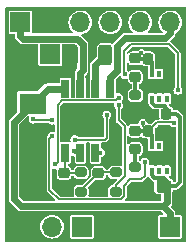
<source format=gbr>
%TF.GenerationSoftware,KiCad,Pcbnew,8.0.3*%
%TF.CreationDate,2024-11-10T00:39:18+08:00*%
%TF.ProjectId,NekoPurrTech_TiltingCtrl,4e656b6f-5075-4727-9254-6563685f5469,rev?*%
%TF.SameCoordinates,Original*%
%TF.FileFunction,Copper,L2,Bot*%
%TF.FilePolarity,Positive*%
%FSLAX46Y46*%
G04 Gerber Fmt 4.6, Leading zero omitted, Abs format (unit mm)*
G04 Created by KiCad (PCBNEW 8.0.3) date 2024-11-10 00:39:18*
%MOMM*%
%LPD*%
G01*
G04 APERTURE LIST*
G04 Aperture macros list*
%AMRoundRect*
0 Rectangle with rounded corners*
0 $1 Rounding radius*
0 $2 $3 $4 $5 $6 $7 $8 $9 X,Y pos of 4 corners*
0 Add a 4 corners polygon primitive as box body*
4,1,4,$2,$3,$4,$5,$6,$7,$8,$9,$2,$3,0*
0 Add four circle primitives for the rounded corners*
1,1,$1+$1,$2,$3*
1,1,$1+$1,$4,$5*
1,1,$1+$1,$6,$7*
1,1,$1+$1,$8,$9*
0 Add four rect primitives between the rounded corners*
20,1,$1+$1,$2,$3,$4,$5,0*
20,1,$1+$1,$4,$5,$6,$7,0*
20,1,$1+$1,$6,$7,$8,$9,0*
20,1,$1+$1,$8,$9,$2,$3,0*%
G04 Aperture macros list end*
%TA.AperFunction,SMDPad,CuDef*%
%ADD10R,0.350000X0.600000*%
%TD*%
%TA.AperFunction,SMDPad,CuDef*%
%ADD11R,1.700000X1.100000*%
%TD*%
%TA.AperFunction,SMDPad,CuDef*%
%ADD12R,0.650000X1.525000*%
%TD*%
%TA.AperFunction,SMDPad,CuDef*%
%ADD13R,2.390000X2.390000*%
%TD*%
%TA.AperFunction,ComponentPad*%
%ADD14R,1.700000X1.700000*%
%TD*%
%TA.AperFunction,ComponentPad*%
%ADD15O,1.700000X1.700000*%
%TD*%
%TA.AperFunction,SMDPad,CuDef*%
%ADD16R,2.300000X1.800000*%
%TD*%
%TA.AperFunction,SMDPad,CuDef*%
%ADD17RoundRect,0.225000X-0.225000X-0.250000X0.225000X-0.250000X0.225000X0.250000X-0.225000X0.250000X0*%
%TD*%
%TA.AperFunction,SMDPad,CuDef*%
%ADD18RoundRect,0.200000X0.275000X-0.200000X0.275000X0.200000X-0.275000X0.200000X-0.275000X-0.200000X0*%
%TD*%
%TA.AperFunction,SMDPad,CuDef*%
%ADD19RoundRect,0.225000X0.225000X0.250000X-0.225000X0.250000X-0.225000X-0.250000X0.225000X-0.250000X0*%
%TD*%
%TA.AperFunction,SMDPad,CuDef*%
%ADD20RoundRect,0.218750X0.256250X-0.218750X0.256250X0.218750X-0.256250X0.218750X-0.256250X-0.218750X0*%
%TD*%
%TA.AperFunction,SMDPad,CuDef*%
%ADD21RoundRect,0.225000X-0.250000X0.225000X-0.250000X-0.225000X0.250000X-0.225000X0.250000X0.225000X0*%
%TD*%
%TA.AperFunction,SMDPad,CuDef*%
%ADD22RoundRect,0.250000X0.312500X0.625000X-0.312500X0.625000X-0.312500X-0.625000X0.312500X-0.625000X0*%
%TD*%
%TA.AperFunction,ViaPad*%
%ADD23C,0.450000*%
%TD*%
%TA.AperFunction,Conductor*%
%ADD24C,0.300000*%
%TD*%
%TA.AperFunction,Conductor*%
%ADD25C,0.600000*%
%TD*%
%TA.AperFunction,Conductor*%
%ADD26C,0.400000*%
%TD*%
%TA.AperFunction,Conductor*%
%ADD27C,0.150000*%
%TD*%
%TA.AperFunction,Conductor*%
%ADD28C,0.200000*%
%TD*%
G04 APERTURE END LIST*
D10*
%TO.P,IC3,1,OUT*%
%TO.N,+3.3V_ENC*%
X97475000Y-60662500D03*
%TO.P,IC3,2,NC_1*%
%TO.N,unconnected-(IC3-NC_1-Pad2)*%
X98125000Y-60662500D03*
%TO.P,IC3,3,GND_1*%
%TO.N,GND*%
X98775000Y-60662500D03*
%TO.P,IC3,4,EN*%
%TO.N,unconnected-(IC3-EN-Pad4)*%
X98775000Y-62762500D03*
%TO.P,IC3,5,NC_2*%
%TO.N,unconnected-(IC3-NC_2-Pad5)*%
X98125000Y-62762500D03*
%TO.P,IC3,6,IN*%
%TO.N,VCC*%
X97475000Y-62762500D03*
D11*
%TO.P,IC3,7,GND_2*%
%TO.N,GND*%
X98125000Y-61712500D03*
%TD*%
D12*
%TO.P,IC2,1,GND*%
%TO.N,GND*%
X93980000Y-67337000D03*
%TO.P,IC2,2,IN2*%
%TO.N,/IN2*%
X92710000Y-67337000D03*
%TO.P,IC2,3,IN1*%
%TO.N,/IN1*%
X91440000Y-67337000D03*
%TO.P,IC2,4,VREF*%
%TO.N,/Motor_PWM_OUT*%
X90170000Y-67337000D03*
%TO.P,IC2,5,VM*%
%TO.N,VCC*%
X90170000Y-61913000D03*
%TO.P,IC2,6,OUT1*%
%TO.N,/Motor+*%
X91440000Y-61913000D03*
%TO.P,IC2,7,RS*%
%TO.N,Net-(IC2-RS)*%
X92710000Y-61913000D03*
%TO.P,IC2,8,OUT2*%
%TO.N,/Motor-*%
X93980000Y-61913000D03*
D13*
%TO.P,IC2,9,EP*%
%TO.N,GND*%
X92075000Y-64625000D03*
%TD*%
D10*
%TO.P,IC1,1,OUT*%
%TO.N,+3.3V_MCU*%
X97480000Y-66763000D03*
%TO.P,IC1,2,NC_1*%
%TO.N,unconnected-(IC1-NC_1-Pad2)*%
X98130000Y-66763000D03*
%TO.P,IC1,3,GND_1*%
%TO.N,GND*%
X98780000Y-66763000D03*
%TO.P,IC1,4,EN*%
%TO.N,unconnected-(IC1-EN-Pad4)*%
X98780000Y-68863000D03*
%TO.P,IC1,5,NC_2*%
%TO.N,unconnected-(IC1-NC_2-Pad5)*%
X98130000Y-68863000D03*
%TO.P,IC1,6,IN*%
%TO.N,VCC*%
X97480000Y-68863000D03*
D11*
%TO.P,IC1,7,GND_2*%
%TO.N,GND*%
X98130000Y-67813000D03*
%TD*%
D14*
%TO.P,J5,1,Pin_1*%
%TO.N,/Klicky*%
X88885000Y-59000000D03*
D15*
%TO.P,J5,2,Pin_2*%
%TO.N,GND*%
X86345000Y-59000000D03*
%TD*%
D14*
%TO.P,J3,1,Pin_1*%
%TO.N,/Motor+*%
X86350000Y-56300000D03*
D15*
%TO.P,J3,2,Pin_2*%
%TO.N,GND*%
X88890000Y-56300000D03*
%TO.P,J3,3,Pin_3*%
%TO.N,/ENC_A*%
X91430000Y-56300000D03*
%TO.P,J3,4,Pin_4*%
%TO.N,/ENC_B*%
X93970000Y-56300000D03*
%TO.P,J3,5,Pin_5*%
%TO.N,+3.3V_ENC*%
X96510000Y-56300000D03*
%TO.P,J3,6,Pin_6*%
%TO.N,/Motor-*%
X99050000Y-56300000D03*
%TD*%
D14*
%TO.P,J2,1,Pin_1*%
%TO.N,/FMU_PWM*%
X91580000Y-73600000D03*
D15*
%TO.P,J2,2,Pin_2*%
%TO.N,unconnected-(J2-Pin_2-Pad2)*%
X89040000Y-73600000D03*
%TO.P,J2,3,Pin_3*%
%TO.N,GND*%
X86500000Y-73600000D03*
%TD*%
D14*
%TO.P,J1,1,Pin_1*%
%TO.N,VCC*%
X99025000Y-73600000D03*
D15*
%TO.P,J1,2,Pin_2*%
%TO.N,GND*%
X96485000Y-73600000D03*
%TD*%
D16*
%TO.P,C12,1*%
%TO.N,VCC*%
X87400000Y-63175000D03*
%TO.P,C12,2*%
%TO.N,GND*%
X87400000Y-66075000D03*
%TD*%
D17*
%TO.P,C10,1*%
%TO.N,+3.3V_MCU*%
X97175000Y-65500000D03*
%TO.P,C10,2*%
%TO.N,GND*%
X98725000Y-65500000D03*
%TD*%
D18*
%TO.P,R4,1*%
%TO.N,Net-(C2-Pad1)*%
X91500000Y-70650000D03*
%TO.P,R4,2*%
%TO.N,/Motor_PWM_OUT*%
X91500000Y-69000000D03*
%TD*%
D19*
%TO.P,C9,1*%
%TO.N,VCC*%
X98725000Y-70150000D03*
%TO.P,C9,2*%
%TO.N,GND*%
X97175000Y-70150000D03*
%TD*%
D20*
%TO.P,D2,1,K*%
%TO.N,Net-(D2-K)*%
X96075000Y-60925000D03*
%TO.P,D2,2,A*%
%TO.N,+3.3V_ENC*%
X96075000Y-59350000D03*
%TD*%
D18*
%TO.P,R1,1*%
%TO.N,/Motor_PWM*%
X94425000Y-70650000D03*
%TO.P,R1,2*%
%TO.N,Net-(C2-Pad1)*%
X94425000Y-69000000D03*
%TD*%
D21*
%TO.P,C7,1*%
%TO.N,/Motor_PWM_OUT*%
X90050000Y-69050000D03*
%TO.P,C7,2*%
%TO.N,GND*%
X90050000Y-70600000D03*
%TD*%
D22*
%TO.P,R9,1*%
%TO.N,Net-(IC2-RS)*%
X93552500Y-59080000D03*
%TO.P,R9,2*%
%TO.N,GND*%
X90627500Y-59080000D03*
%TD*%
D17*
%TO.P,C13,1*%
%TO.N,+3.3V_ENC*%
X97175000Y-59387500D03*
%TO.P,C13,2*%
%TO.N,GND*%
X98725000Y-59387500D03*
%TD*%
D18*
%TO.P,R10,1*%
%TO.N,GND*%
X96100000Y-64112500D03*
%TO.P,R10,2*%
%TO.N,Net-(D2-K)*%
X96100000Y-62462500D03*
%TD*%
%TO.P,R8,1*%
%TO.N,GND*%
X96100000Y-70225000D03*
%TO.P,R8,2*%
%TO.N,Net-(D1-K)*%
X96100000Y-68575000D03*
%TD*%
D20*
%TO.P,D1,1,K*%
%TO.N,Net-(D1-K)*%
X96075000Y-67037500D03*
%TO.P,D1,2,A*%
%TO.N,+3.3V_MCU*%
X96075000Y-65462500D03*
%TD*%
D19*
%TO.P,C11,1*%
%TO.N,VCC*%
X98725000Y-64037500D03*
%TO.P,C11,2*%
%TO.N,GND*%
X97175000Y-64037500D03*
%TD*%
D21*
%TO.P,C2,1*%
%TO.N,Net-(C2-Pad1)*%
X92950000Y-69050000D03*
%TO.P,C2,2*%
%TO.N,GND*%
X92950000Y-70600000D03*
%TD*%
D23*
%TO.N,VCC*%
X98050000Y-70475000D03*
X98050000Y-70125000D03*
X98050000Y-69775000D03*
%TO.N,/IN1*%
X90870002Y-67225000D03*
%TO.N,GND*%
X96480000Y-70970000D03*
X92360000Y-70500000D03*
X89290000Y-69790000D03*
X90790000Y-69820000D03*
X94167562Y-63804687D03*
X92370000Y-64830000D03*
X96890000Y-70970000D03*
X93650000Y-69830000D03*
X99210000Y-66890000D03*
X92960000Y-69940000D03*
X96070000Y-70970000D03*
X86520000Y-65500000D03*
X99210000Y-66480000D03*
X87010000Y-65500000D03*
X94169232Y-64472822D03*
X92370000Y-64380000D03*
X95600000Y-60150000D03*
X92370000Y-63930000D03*
X95660000Y-70970000D03*
X97100000Y-64030000D03*
%TO.N,/IN2*%
X93123000Y-67337000D03*
%TO.N,+3.3V_MCU*%
X99325000Y-64780027D03*
X96723309Y-64847773D03*
%TO.N,+3.3V_ENC*%
X96600000Y-58920000D03*
%TO.N,/Dbg_RX*%
X99690000Y-62040000D03*
X90969070Y-66229057D03*
X93670000Y-64140000D03*
X95190000Y-60710000D03*
%TO.N,/Motor_PWM*%
X94680000Y-63325000D03*
%TO.N,/Dbg_TX*%
X89025000Y-65940000D03*
X96889820Y-68106932D03*
%TO.N,/FMU_PWM_OUT*%
X94680002Y-62675000D03*
X89262746Y-68332107D03*
%TO.N,/Klicky*%
X89050000Y-64580000D03*
X87460000Y-64494998D03*
%TD*%
D24*
%TO.N,VCC*%
X98050000Y-69775000D02*
X98241000Y-69775000D01*
X98241000Y-69775000D02*
X98553000Y-69463000D01*
X98725000Y-69635000D02*
X98725000Y-70150000D01*
X98160000Y-69463000D02*
X98553000Y-69463000D01*
X98553000Y-69463000D02*
X98725000Y-69635000D01*
X97475000Y-63113804D02*
X97475000Y-62762500D01*
X98562500Y-63362500D02*
X97723696Y-63362500D01*
X97723696Y-63362500D02*
X97475000Y-63113804D01*
X98725000Y-64037500D02*
X98725000Y-63525000D01*
X98725000Y-63525000D02*
X98562500Y-63362500D01*
X99510000Y-70150000D02*
X98725000Y-70150000D01*
X99850000Y-69810000D02*
X99510000Y-70150000D01*
X99850000Y-64325000D02*
X99850000Y-69810000D01*
X99562500Y-64037500D02*
X99850000Y-64325000D01*
X98725000Y-64037500D02*
X99562500Y-64037500D01*
X98775000Y-63987500D02*
X98725000Y-64037500D01*
D25*
X99025000Y-72425000D02*
X98450000Y-71850000D01*
D24*
X98075000Y-70150000D02*
X98050000Y-70125000D01*
X98725000Y-70150000D02*
X98075000Y-70150000D01*
X97480000Y-68863000D02*
X97480000Y-69240000D01*
D25*
X99025000Y-73600000D02*
X99025000Y-72425000D01*
D24*
X98160000Y-69463000D02*
X98160000Y-69665000D01*
X98780000Y-70095000D02*
X98725000Y-70150000D01*
D25*
X87400000Y-63175000D02*
X88662000Y-61913000D01*
D24*
X98160000Y-69665000D02*
X98050000Y-69775000D01*
D25*
X86430000Y-71850000D02*
X85800000Y-71220000D01*
X85800000Y-64775000D02*
X87400000Y-63175000D01*
D24*
X98050000Y-69775000D02*
X98050000Y-70125000D01*
D26*
X98050000Y-69775000D02*
X98050000Y-69975000D01*
D24*
X97480000Y-69240000D02*
X97703000Y-69463000D01*
D25*
X85800000Y-71220000D02*
X85800000Y-64775000D01*
D24*
X98050000Y-69775000D02*
X98175000Y-69650000D01*
D26*
X98050000Y-70475000D02*
X98400000Y-70475000D01*
D24*
X97703000Y-69463000D02*
X98160000Y-69463000D01*
D25*
X98750000Y-70175000D02*
X98725000Y-70150000D01*
X88662000Y-61913000D02*
X90170000Y-61913000D01*
D24*
X98065000Y-69960000D02*
X98050000Y-69975000D01*
X98535000Y-69960000D02*
X98065000Y-69960000D01*
X98050000Y-69775000D02*
X98350000Y-69775000D01*
D26*
X98400000Y-70475000D02*
X98725000Y-70150000D01*
D25*
X98450000Y-71850000D02*
X86430000Y-71850000D01*
D24*
X98350000Y-69775000D02*
X98725000Y-70150000D01*
D25*
X98750000Y-71550000D02*
X98750000Y-70175000D01*
D24*
X98725000Y-70150000D02*
X98535000Y-69960000D01*
D26*
X98050000Y-69975000D02*
X98050000Y-70475000D01*
D25*
X98450000Y-71850000D02*
X98750000Y-71550000D01*
D27*
%TO.N,/IN1*%
X90870002Y-67225000D02*
X90982002Y-67337000D01*
X90982002Y-67337000D02*
X91440000Y-67337000D01*
D25*
%TO.N,/Motor-*%
X95250000Y-57630000D02*
X98590000Y-57630000D01*
X95250000Y-57630000D02*
X94565000Y-58315000D01*
X99050000Y-57170000D02*
X99050000Y-56300000D01*
X93980000Y-60965405D02*
X93980000Y-61913000D01*
X94565000Y-58315000D02*
X94565000Y-60380405D01*
X94565000Y-60380405D02*
X93980000Y-60965405D01*
X98590000Y-57630000D02*
X99050000Y-57170000D01*
D26*
%TO.N,GND*%
X87420000Y-66410000D02*
X87400000Y-66075000D01*
X87600000Y-66075000D02*
X87420000Y-66410000D01*
D27*
%TO.N,/IN2*%
X93123000Y-67337000D02*
X92710000Y-67337000D01*
%TO.N,/Motor_PWM_OUT*%
X90050000Y-68925000D02*
X90170000Y-68805000D01*
X91450000Y-69050000D02*
X91500000Y-69000000D01*
X90050000Y-69050000D02*
X90050000Y-68925000D01*
X90170000Y-68805000D02*
X90170000Y-67337000D01*
X90050000Y-69050000D02*
X91450000Y-69050000D01*
D25*
%TO.N,/Motor+*%
X91151878Y-57670000D02*
X91640000Y-58158122D01*
X91640000Y-58158122D02*
X91640000Y-60360000D01*
X91400000Y-61873000D02*
X91440000Y-61913000D01*
X86350000Y-57440000D02*
X86580000Y-57670000D01*
X86350000Y-56300000D02*
X86350000Y-57440000D01*
X91400000Y-60600000D02*
X91400000Y-61873000D01*
X86580000Y-57670000D02*
X91151878Y-57670000D01*
X91640000Y-60360000D02*
X91400000Y-60600000D01*
D28*
%TO.N,+3.3V_MCU*%
X96723309Y-65048309D02*
X97175000Y-65500000D01*
D24*
X97137500Y-65462500D02*
X97175000Y-65500000D01*
D28*
X99319973Y-64775000D02*
X99325000Y-64780027D01*
D24*
X96075000Y-65462500D02*
X97137500Y-65462500D01*
D28*
X97900000Y-64775000D02*
X99319973Y-64775000D01*
D24*
X97480000Y-65805000D02*
X97175000Y-65500000D01*
D28*
X96723309Y-64847773D02*
X96723309Y-65048309D01*
X97175000Y-65500000D02*
X97900000Y-64775000D01*
D24*
X97480000Y-66763000D02*
X97480000Y-65805000D01*
%TO.N,+3.3V_ENC*%
X96170000Y-59350000D02*
X96075000Y-59350000D01*
X96112500Y-59387500D02*
X96075000Y-59350000D01*
X97475000Y-59687500D02*
X97175000Y-59387500D01*
X97175000Y-59387500D02*
X96112500Y-59387500D01*
X97475000Y-60662500D02*
X97475000Y-59687500D01*
X96600000Y-58920000D02*
X96170000Y-59350000D01*
D27*
%TO.N,/Dbg_RX*%
X95150000Y-60670000D02*
X95150000Y-58730000D01*
X95190000Y-60710000D02*
X95150000Y-60670000D01*
X90969070Y-66229057D02*
X93500943Y-66229057D01*
X93500943Y-66229057D02*
X93670000Y-66060000D01*
X95720000Y-58160000D02*
X98950000Y-58160000D01*
X99690000Y-58900000D02*
X99690000Y-62040000D01*
X93670000Y-66060000D02*
X93670000Y-64140000D01*
X95150000Y-58730000D02*
X95720000Y-58160000D01*
X98950000Y-58160000D02*
X99690000Y-58900000D01*
%TO.N,/Motor_PWM*%
X95175000Y-65075000D02*
X95175000Y-69335000D01*
X95175000Y-69335000D02*
X94420000Y-70090000D01*
X94680000Y-63325000D02*
X94680000Y-64580000D01*
X94680000Y-64580000D02*
X95175000Y-65075000D01*
X94420000Y-70645000D02*
X94425000Y-70650000D01*
X94420000Y-70090000D02*
X94420000Y-70645000D01*
%TO.N,/Dbg_TX*%
X94876582Y-71280000D02*
X95125000Y-71031582D01*
X88812746Y-70480376D02*
X89612370Y-71280000D01*
X95643418Y-69600000D02*
X96556582Y-69600000D01*
X96556582Y-69600000D02*
X96889820Y-69266762D01*
X89025000Y-65940000D02*
X88812746Y-66152254D01*
X89612370Y-71280000D02*
X94876582Y-71280000D01*
X95125000Y-70118418D02*
X95643418Y-69600000D01*
X95125000Y-71031582D02*
X95125000Y-70118418D01*
X96889820Y-69266762D02*
X96889820Y-68106932D01*
X88812746Y-66152254D02*
X88812746Y-70480376D01*
%TO.N,/FMU_PWM_OUT*%
X94454502Y-62900500D02*
X89874500Y-62900500D01*
X89500000Y-68094853D02*
X89262746Y-68332107D01*
X94680002Y-62675000D02*
X94454502Y-62900500D01*
X89500000Y-63275000D02*
X89500000Y-68094853D01*
X89874500Y-62900500D02*
X89500000Y-63275000D01*
%TO.N,Net-(C2-Pad1)*%
X92950000Y-69050000D02*
X91500000Y-70500000D01*
X91500000Y-70500000D02*
X91500000Y-70650000D01*
X93000000Y-69000000D02*
X92950000Y-69050000D01*
X94425000Y-69000000D02*
X93000000Y-69000000D01*
D24*
%TO.N,Net-(D1-K)*%
X96100000Y-68575000D02*
X96100000Y-67062500D01*
X96100000Y-67062500D02*
X96075000Y-67037500D01*
%TO.N,Net-(D2-K)*%
X96100000Y-62462500D02*
X96100000Y-60950000D01*
X96100000Y-60950000D02*
X96075000Y-60925000D01*
D25*
%TO.N,Net-(IC2-RS)*%
X92710000Y-59922500D02*
X92710000Y-61913000D01*
X93552500Y-59080000D02*
X92710000Y-59922500D01*
D27*
%TO.N,/Klicky*%
X87545002Y-64580000D02*
X89050000Y-64580000D01*
X87460000Y-64494998D02*
X87545002Y-64580000D01*
%TD*%
%TA.AperFunction,Conductor*%
%TO.N,GND*%
G36*
X87107451Y-64247174D02*
G01*
X87129125Y-64299500D01*
X87121059Y-64333096D01*
X87098426Y-64377514D01*
X87098426Y-64377515D01*
X87079819Y-64494998D01*
X87098426Y-64612480D01*
X87098426Y-64612481D01*
X87104731Y-64624855D01*
X87152427Y-64718463D01*
X87236535Y-64802571D01*
X87342518Y-64856572D01*
X87460000Y-64875179D01*
X87577482Y-64856572D01*
X87594751Y-64847773D01*
X87661888Y-64813566D01*
X87695483Y-64805500D01*
X88713810Y-64805500D01*
X88766136Y-64827174D01*
X88826535Y-64887573D01*
X88932518Y-64941574D01*
X89050000Y-64960181D01*
X89167482Y-64941574D01*
X89167487Y-64941571D01*
X89173023Y-64939774D01*
X89173534Y-64941347D01*
X89223366Y-64937425D01*
X89266434Y-64974207D01*
X89274500Y-65007803D01*
X89274500Y-65524935D01*
X89252826Y-65577261D01*
X89200500Y-65598935D01*
X89166905Y-65590870D01*
X89142482Y-65578426D01*
X89025000Y-65559819D01*
X88907517Y-65578426D01*
X88907516Y-65578426D01*
X88801533Y-65632428D01*
X88717428Y-65716533D01*
X88663426Y-65822516D01*
X88663426Y-65822517D01*
X88644819Y-65940000D01*
X88644819Y-65940003D01*
X88647298Y-65955659D01*
X88634075Y-66010730D01*
X88626540Y-66019553D01*
X88621576Y-66024517D01*
X88621575Y-66024519D01*
X88612903Y-66045457D01*
X88612902Y-66045459D01*
X88587245Y-66107398D01*
X88587245Y-66205720D01*
X88587246Y-66205729D01*
X88587246Y-70429549D01*
X88587245Y-70429563D01*
X88587245Y-70525231D01*
X88595374Y-70544856D01*
X88621575Y-70608110D01*
X88621577Y-70608113D01*
X88695417Y-70681953D01*
X88695419Y-70681954D01*
X89286639Y-71273174D01*
X89308313Y-71325500D01*
X89286639Y-71377826D01*
X89234313Y-71399500D01*
X86647255Y-71399500D01*
X86594929Y-71377826D01*
X86272174Y-71055071D01*
X86250500Y-71002745D01*
X86250500Y-64992255D01*
X86272174Y-64939929D01*
X86964930Y-64247174D01*
X87017256Y-64225500D01*
X87055125Y-64225500D01*
X87107451Y-64247174D01*
G37*
%TD.AperFunction*%
%TA.AperFunction,Conductor*%
G36*
X97215011Y-69382026D02*
G01*
X97229130Y-69406480D01*
X97229131Y-69406482D01*
X97231342Y-69410311D01*
X97239540Y-69424511D01*
X97518489Y-69703460D01*
X97587012Y-69743022D01*
X97621781Y-69752338D01*
X97666714Y-69786815D01*
X97675717Y-69812240D01*
X97688425Y-69892479D01*
X97688425Y-69892480D01*
X97688426Y-69892482D01*
X97691434Y-69898386D01*
X97699500Y-69931981D01*
X97699500Y-69968017D01*
X97691435Y-70001611D01*
X97688426Y-70007515D01*
X97688426Y-70007517D01*
X97669819Y-70125000D01*
X97688425Y-70242479D01*
X97688425Y-70242480D01*
X97688426Y-70242482D01*
X97691434Y-70248386D01*
X97699500Y-70281981D01*
X97699500Y-70318017D01*
X97691435Y-70351611D01*
X97688426Y-70357515D01*
X97688426Y-70357517D01*
X97669819Y-70475000D01*
X97688426Y-70592482D01*
X97688426Y-70592483D01*
X97703064Y-70621211D01*
X97742427Y-70698465D01*
X97826535Y-70782573D01*
X97932518Y-70836574D01*
X98050000Y-70855181D01*
X98167482Y-70836574D01*
X98167484Y-70836573D01*
X98173389Y-70833565D01*
X98206983Y-70825500D01*
X98225500Y-70825500D01*
X98277826Y-70847174D01*
X98299500Y-70899500D01*
X98299500Y-71325500D01*
X98277826Y-71377826D01*
X98225500Y-71399500D01*
X95254638Y-71399500D01*
X95202312Y-71377826D01*
X95180638Y-71325500D01*
X95202311Y-71273175D01*
X95202312Y-71273174D01*
X95242326Y-71233159D01*
X95242329Y-71233158D01*
X95252735Y-71222752D01*
X95252736Y-71222752D01*
X95316170Y-71159318D01*
X95340947Y-71099501D01*
X95350501Y-71076437D01*
X95350501Y-70986727D01*
X95350501Y-70980769D01*
X95350500Y-70980755D01*
X95350500Y-70242475D01*
X95372174Y-70190149D01*
X95715149Y-69847174D01*
X95767475Y-69825500D01*
X96503107Y-69825500D01*
X96503115Y-69825501D01*
X96511727Y-69825501D01*
X96601436Y-69825501D01*
X96601437Y-69825501D01*
X96664205Y-69799501D01*
X96684318Y-69791170D01*
X96747752Y-69727736D01*
X96747752Y-69727735D01*
X96758157Y-69717330D01*
X96758159Y-69717327D01*
X97007147Y-69468339D01*
X97007150Y-69468337D01*
X97017555Y-69457932D01*
X97017556Y-69457932D01*
X97080990Y-69394498D01*
X97082558Y-69390711D01*
X97122603Y-69350662D01*
X97179240Y-69350658D01*
X97215011Y-69382026D01*
G37*
%TD.AperFunction*%
%TA.AperFunction,Conductor*%
G36*
X94297020Y-63147674D02*
G01*
X94318694Y-63200000D01*
X94317783Y-63211576D01*
X94299819Y-63324999D01*
X94299819Y-63325000D01*
X94300918Y-63331940D01*
X94318426Y-63442482D01*
X94318426Y-63442483D01*
X94336357Y-63477674D01*
X94371686Y-63547011D01*
X94372428Y-63548466D01*
X94432826Y-63608864D01*
X94454500Y-63661190D01*
X94454500Y-64529173D01*
X94454499Y-64529187D01*
X94454499Y-64624855D01*
X94470300Y-64663001D01*
X94488828Y-64707733D01*
X94488831Y-64707737D01*
X94562671Y-64781577D01*
X94562673Y-64781578D01*
X94927826Y-65146731D01*
X94949500Y-65199057D01*
X94949500Y-68413286D01*
X94927826Y-68465612D01*
X94875500Y-68487286D01*
X94843000Y-68479767D01*
X94801394Y-68459427D01*
X94733264Y-68449500D01*
X94733260Y-68449500D01*
X94116740Y-68449500D01*
X94116735Y-68449500D01*
X94048606Y-68459427D01*
X94048605Y-68459427D01*
X93943517Y-68510801D01*
X93860801Y-68593517D01*
X93809427Y-68698605D01*
X93807597Y-68711170D01*
X93778605Y-68759824D01*
X93734370Y-68774500D01*
X93637334Y-68774500D01*
X93585008Y-68752826D01*
X93569080Y-68721085D01*
X93566562Y-68721864D01*
X93564866Y-68716375D01*
X93509826Y-68603789D01*
X93421210Y-68515173D01*
X93308626Y-68460134D01*
X93235640Y-68449500D01*
X93235636Y-68449500D01*
X92664364Y-68449500D01*
X92664359Y-68449500D01*
X92591374Y-68460134D01*
X92591373Y-68460134D01*
X92478789Y-68515173D01*
X92390173Y-68603789D01*
X92335134Y-68716373D01*
X92335134Y-68716374D01*
X92324500Y-68789359D01*
X92324500Y-69310639D01*
X92324992Y-69314013D01*
X92311085Y-69368916D01*
X92304090Y-69377003D01*
X91603269Y-70077826D01*
X91550943Y-70099500D01*
X91191735Y-70099500D01*
X91123606Y-70109427D01*
X91123605Y-70109427D01*
X91018517Y-70160801D01*
X90935801Y-70243517D01*
X90884427Y-70348605D01*
X90884427Y-70348606D01*
X90874500Y-70416735D01*
X90874500Y-70883264D01*
X90884428Y-70951397D01*
X90886124Y-70956887D01*
X90883370Y-70957737D01*
X90886280Y-71004522D01*
X90848793Y-71046978D01*
X90816287Y-71054500D01*
X89736427Y-71054500D01*
X89684101Y-71032826D01*
X89059920Y-70408645D01*
X89038246Y-70356319D01*
X89038246Y-68759910D01*
X89059920Y-68707584D01*
X89112246Y-68685910D01*
X89139534Y-68692461D01*
X89139723Y-68691881D01*
X89145260Y-68693679D01*
X89145264Y-68693681D01*
X89262746Y-68712288D01*
X89340518Y-68699970D01*
X89395590Y-68713192D01*
X89425183Y-68761483D01*
X89425321Y-68783726D01*
X89424501Y-68789353D01*
X89424500Y-68789370D01*
X89424500Y-69310640D01*
X89435134Y-69383625D01*
X89435134Y-69383626D01*
X89490173Y-69496210D01*
X89490174Y-69496211D01*
X89578789Y-69584826D01*
X89691375Y-69639866D01*
X89764364Y-69650500D01*
X89764370Y-69650500D01*
X90335630Y-69650500D01*
X90335636Y-69650500D01*
X90408625Y-69639866D01*
X90521211Y-69584826D01*
X90609826Y-69496211D01*
X90664866Y-69383625D01*
X90671392Y-69338830D01*
X90700384Y-69290177D01*
X90744619Y-69275500D01*
X90825575Y-69275500D01*
X90877901Y-69297174D01*
X90892056Y-69316999D01*
X90921390Y-69377003D01*
X90935802Y-69406483D01*
X91018517Y-69489198D01*
X91123607Y-69540573D01*
X91191740Y-69550500D01*
X91191746Y-69550500D01*
X91808254Y-69550500D01*
X91808260Y-69550500D01*
X91876393Y-69540573D01*
X91981483Y-69489198D01*
X92064198Y-69406483D01*
X92064198Y-69406481D01*
X92064200Y-69406480D01*
X92101493Y-69330194D01*
X92115573Y-69301393D01*
X92125500Y-69233260D01*
X92125500Y-68766740D01*
X92115573Y-68698607D01*
X92064198Y-68593517D01*
X91981483Y-68510802D01*
X91981482Y-68510801D01*
X91876394Y-68459427D01*
X91808264Y-68449500D01*
X91808260Y-68449500D01*
X91191740Y-68449500D01*
X91191735Y-68449500D01*
X91123606Y-68459427D01*
X91123605Y-68459427D01*
X91018517Y-68510801D01*
X90935801Y-68593517D01*
X90884427Y-68698605D01*
X90884427Y-68698606D01*
X90884427Y-68698607D01*
X90876528Y-68752826D01*
X90875312Y-68761169D01*
X90846320Y-68809823D01*
X90802085Y-68824500D01*
X90744619Y-68824500D01*
X90692293Y-68802826D01*
X90671392Y-68761169D01*
X90671196Y-68759824D01*
X90664866Y-68716375D01*
X90609826Y-68603789D01*
X90521211Y-68515174D01*
X90498921Y-68504277D01*
X90436999Y-68474005D01*
X90399509Y-68431551D01*
X90395500Y-68407524D01*
X90395500Y-68324000D01*
X90417174Y-68271674D01*
X90469500Y-68250000D01*
X90509819Y-68250000D01*
X90509820Y-68250000D01*
X90553722Y-68241267D01*
X90603504Y-68208004D01*
X90636767Y-68158222D01*
X90645500Y-68114320D01*
X90645500Y-67652802D01*
X90667174Y-67600476D01*
X90719500Y-67578802D01*
X90746790Y-67585354D01*
X90746979Y-67584774D01*
X90752516Y-67586572D01*
X90752520Y-67586574D01*
X90870002Y-67605181D01*
X90878921Y-67603768D01*
X90933993Y-67616986D01*
X90963588Y-67665276D01*
X90964500Y-67676856D01*
X90964500Y-68114319D01*
X90973233Y-68158222D01*
X91001158Y-68200016D01*
X91006496Y-68208004D01*
X91056278Y-68241267D01*
X91100180Y-68250000D01*
X91100181Y-68250000D01*
X91779819Y-68250000D01*
X91779820Y-68250000D01*
X91823722Y-68241267D01*
X91873504Y-68208004D01*
X91906767Y-68158222D01*
X91915500Y-68114320D01*
X91915500Y-66559680D01*
X91912181Y-66542993D01*
X91923231Y-66487444D01*
X91970323Y-66455979D01*
X91984759Y-66454557D01*
X92165241Y-66454557D01*
X92217567Y-66476231D01*
X92239241Y-66528557D01*
X92237819Y-66542993D01*
X92234500Y-66559679D01*
X92234500Y-68114319D01*
X92243233Y-68158222D01*
X92271158Y-68200016D01*
X92276496Y-68208004D01*
X92326278Y-68241267D01*
X92370180Y-68250000D01*
X92370181Y-68250000D01*
X93049819Y-68250000D01*
X93049820Y-68250000D01*
X93093722Y-68241267D01*
X93143504Y-68208004D01*
X93176767Y-68158222D01*
X93185500Y-68114320D01*
X93185500Y-67770202D01*
X93207174Y-67717876D01*
X93236642Y-67699821D01*
X93240475Y-67698574D01*
X93240482Y-67698574D01*
X93346465Y-67644573D01*
X93430573Y-67560465D01*
X93484574Y-67454482D01*
X93503181Y-67337000D01*
X93484574Y-67219518D01*
X93430573Y-67113535D01*
X93346465Y-67029427D01*
X93240481Y-66975425D01*
X93236622Y-66974171D01*
X93193560Y-66937381D01*
X93185500Y-66903796D01*
X93185500Y-66559679D01*
X93182181Y-66542993D01*
X93193231Y-66487444D01*
X93240323Y-66455979D01*
X93254759Y-66454557D01*
X93447468Y-66454557D01*
X93447476Y-66454558D01*
X93456088Y-66454558D01*
X93545797Y-66454558D01*
X93545798Y-66454558D01*
X93610683Y-66427681D01*
X93628679Y-66420227D01*
X93692113Y-66356793D01*
X93692113Y-66356792D01*
X93702518Y-66346387D01*
X93702520Y-66346384D01*
X93787327Y-66261577D01*
X93787330Y-66261575D01*
X93797735Y-66251170D01*
X93797736Y-66251170D01*
X93861170Y-66187736D01*
X93888580Y-66121562D01*
X93895501Y-66104854D01*
X93895501Y-66015145D01*
X93895501Y-66009187D01*
X93895500Y-66009173D01*
X93895500Y-64476190D01*
X93917174Y-64423864D01*
X93944913Y-64396125D01*
X93977573Y-64363465D01*
X94031574Y-64257482D01*
X94050181Y-64140000D01*
X94031574Y-64022518D01*
X93977573Y-63916535D01*
X93893465Y-63832427D01*
X93824012Y-63797039D01*
X93787483Y-63778426D01*
X93787482Y-63778426D01*
X93670000Y-63759819D01*
X93552517Y-63778426D01*
X93552516Y-63778426D01*
X93446533Y-63832428D01*
X93362428Y-63916533D01*
X93308426Y-64022516D01*
X93308426Y-64022517D01*
X93289819Y-64140000D01*
X93308426Y-64257482D01*
X93308426Y-64257483D01*
X93316041Y-64272428D01*
X93357859Y-64354500D01*
X93362428Y-64363466D01*
X93422826Y-64423864D01*
X93444500Y-64476190D01*
X93444500Y-65929557D01*
X93422826Y-65981883D01*
X93370500Y-66003557D01*
X91305260Y-66003557D01*
X91252934Y-65981883D01*
X91192536Y-65921485D01*
X91192535Y-65921484D01*
X91130452Y-65889851D01*
X91086553Y-65867483D01*
X90969070Y-65848876D01*
X90851587Y-65867483D01*
X90851586Y-65867483D01*
X90745603Y-65921485D01*
X90661498Y-66005590D01*
X90607496Y-66111573D01*
X90607496Y-66111574D01*
X90588889Y-66229057D01*
X90606731Y-66341713D01*
X90593509Y-66396786D01*
X90545218Y-66426378D01*
X90519205Y-66425867D01*
X90509820Y-66424000D01*
X89830180Y-66424000D01*
X89813936Y-66427231D01*
X89758388Y-66416182D01*
X89726922Y-66369089D01*
X89725500Y-66354653D01*
X89725500Y-63399057D01*
X89747174Y-63346731D01*
X89946231Y-63147674D01*
X89998557Y-63126000D01*
X94244694Y-63126000D01*
X94297020Y-63147674D01*
G37*
%TD.AperFunction*%
%TA.AperFunction,Conductor*%
G36*
X93786696Y-69247174D02*
G01*
X93807597Y-69288830D01*
X93809427Y-69301394D01*
X93860800Y-69406480D01*
X93860801Y-69406482D01*
X93860802Y-69406483D01*
X93943517Y-69489198D01*
X94048607Y-69540573D01*
X94116740Y-69550500D01*
X94461943Y-69550500D01*
X94514269Y-69572174D01*
X94535943Y-69624500D01*
X94514269Y-69676825D01*
X94399925Y-69791169D01*
X94292265Y-69898829D01*
X94228829Y-69962265D01*
X94227493Y-69965492D01*
X94227490Y-69965500D01*
X94191710Y-70051878D01*
X94188455Y-70050530D01*
X94164072Y-70087027D01*
X94122957Y-70099500D01*
X94116735Y-70099500D01*
X94048606Y-70109427D01*
X94048605Y-70109427D01*
X93943517Y-70160801D01*
X93860801Y-70243517D01*
X93809427Y-70348605D01*
X93809427Y-70348606D01*
X93799500Y-70416735D01*
X93799500Y-70883264D01*
X93809428Y-70951397D01*
X93811124Y-70956887D01*
X93808370Y-70957737D01*
X93811280Y-71004522D01*
X93773793Y-71046978D01*
X93741287Y-71054500D01*
X92183713Y-71054500D01*
X92131387Y-71032826D01*
X92109713Y-70980500D01*
X92115090Y-70957262D01*
X92113876Y-70956887D01*
X92115571Y-70951397D01*
X92115570Y-70951397D01*
X92115573Y-70951393D01*
X92125500Y-70883260D01*
X92125500Y-70416740D01*
X92115573Y-70348607D01*
X92091075Y-70298496D01*
X92087566Y-70241970D01*
X92105229Y-70213674D01*
X92646731Y-69672174D01*
X92699057Y-69650500D01*
X93235630Y-69650500D01*
X93235636Y-69650500D01*
X93308625Y-69639866D01*
X93421211Y-69584826D01*
X93509826Y-69496211D01*
X93564866Y-69383625D01*
X93575500Y-69310636D01*
X93575500Y-69299500D01*
X93597174Y-69247174D01*
X93649500Y-69225500D01*
X93734370Y-69225500D01*
X93786696Y-69247174D01*
G37*
%TD.AperFunction*%
%TA.AperFunction,Conductor*%
G36*
X99061109Y-65047174D02*
G01*
X99101535Y-65087600D01*
X99207518Y-65141601D01*
X99325000Y-65160208D01*
X99442482Y-65141601D01*
X99442487Y-65141598D01*
X99448023Y-65139801D01*
X99448534Y-65141374D01*
X99498366Y-65137452D01*
X99541434Y-65174234D01*
X99549500Y-65207830D01*
X99549500Y-69654877D01*
X99527826Y-69707203D01*
X99430440Y-69804588D01*
X99378114Y-69826262D01*
X99325788Y-69804588D01*
X99311633Y-69784762D01*
X99304630Y-69770438D01*
X99259826Y-69678789D01*
X99171211Y-69590174D01*
X99171210Y-69590173D01*
X99058626Y-69535134D01*
X99053653Y-69534409D01*
X99045746Y-69533257D01*
X98997093Y-69504265D01*
X98992331Y-69497031D01*
X98965462Y-69450492D01*
X98965461Y-69450491D01*
X98965460Y-69450489D01*
X98949815Y-69434844D01*
X98928142Y-69382520D01*
X98949816Y-69330194D01*
X98987704Y-69309942D01*
X99013722Y-69304767D01*
X99063504Y-69271504D01*
X99096767Y-69221722D01*
X99105500Y-69177820D01*
X99105500Y-68548180D01*
X99096767Y-68504278D01*
X99063504Y-68454496D01*
X99056160Y-68449589D01*
X99013722Y-68421233D01*
X98969820Y-68412500D01*
X98590180Y-68412500D01*
X98586229Y-68413286D01*
X98546276Y-68421233D01*
X98496111Y-68454752D01*
X98440562Y-68465801D01*
X98413889Y-68454752D01*
X98363723Y-68421233D01*
X98323771Y-68413286D01*
X98319820Y-68412500D01*
X97940180Y-68412500D01*
X97936229Y-68413286D01*
X97896276Y-68421233D01*
X97846111Y-68454752D01*
X97790562Y-68465801D01*
X97763889Y-68454752D01*
X97713723Y-68421233D01*
X97673771Y-68413286D01*
X97669820Y-68412500D01*
X97290180Y-68412500D01*
X97290178Y-68412500D01*
X97289997Y-68412536D01*
X97289935Y-68412523D01*
X97286564Y-68412856D01*
X97286463Y-68411832D01*
X97234450Y-68401476D01*
X97202993Y-68354378D01*
X97209639Y-68306361D01*
X97251394Y-68224414D01*
X97270001Y-68106932D01*
X97251394Y-67989450D01*
X97197393Y-67883467D01*
X97113285Y-67799359D01*
X97056061Y-67770202D01*
X97007303Y-67745358D01*
X96889820Y-67726751D01*
X96772337Y-67745358D01*
X96772336Y-67745358D01*
X96666353Y-67799360D01*
X96582248Y-67883465D01*
X96540434Y-67965529D01*
X96497367Y-68002311D01*
X96440904Y-67997867D01*
X96404122Y-67954800D01*
X96400500Y-67931933D01*
X96400500Y-67679601D01*
X96422174Y-67627275D01*
X96441998Y-67613120D01*
X96548780Y-67560919D01*
X96635919Y-67473780D01*
X96690043Y-67363067D01*
X96700500Y-67291295D01*
X96700499Y-66783706D01*
X96690043Y-66711933D01*
X96635919Y-66601220D01*
X96548780Y-66514081D01*
X96548779Y-66514080D01*
X96438068Y-66459957D01*
X96401004Y-66454557D01*
X96366295Y-66449500D01*
X96366294Y-66449500D01*
X95783705Y-66449500D01*
X95711938Y-66459955D01*
X95711931Y-66459957D01*
X95601220Y-66514080D01*
X95526826Y-66588475D01*
X95474500Y-66610149D01*
X95422174Y-66588475D01*
X95400500Y-66536149D01*
X95400500Y-65963851D01*
X95422174Y-65911525D01*
X95474500Y-65889851D01*
X95526826Y-65911525D01*
X95601220Y-65985919D01*
X95711933Y-66040043D01*
X95783705Y-66050500D01*
X96366294Y-66050499D01*
X96438061Y-66040044D01*
X96438061Y-66040043D01*
X96438067Y-66040043D01*
X96548780Y-65985919D01*
X96549497Y-65985201D01*
X96550182Y-65984917D01*
X96553772Y-65982355D01*
X96554364Y-65983184D01*
X96601815Y-65963519D01*
X96654146Y-65985183D01*
X96728789Y-66059826D01*
X96841375Y-66114866D01*
X96914364Y-66125500D01*
X97105500Y-66125500D01*
X97157826Y-66147174D01*
X97179500Y-66199500D01*
X97179500Y-66357485D01*
X97167029Y-66398597D01*
X97163233Y-66404277D01*
X97154500Y-66448180D01*
X97154500Y-67077819D01*
X97163233Y-67121722D01*
X97188941Y-67160198D01*
X97196496Y-67171504D01*
X97246278Y-67204767D01*
X97290180Y-67213500D01*
X97290181Y-67213500D01*
X97669819Y-67213500D01*
X97669820Y-67213500D01*
X97713722Y-67204767D01*
X97763504Y-67171504D01*
X97763504Y-67171503D01*
X97763888Y-67171247D01*
X97819437Y-67160198D01*
X97846112Y-67171247D01*
X97846495Y-67171503D01*
X97846496Y-67171504D01*
X97896278Y-67204767D01*
X97940180Y-67213500D01*
X97940181Y-67213500D01*
X98319819Y-67213500D01*
X98319820Y-67213500D01*
X98363722Y-67204767D01*
X98413504Y-67171504D01*
X98446767Y-67121722D01*
X98455500Y-67077820D01*
X98455500Y-66448180D01*
X98446767Y-66404278D01*
X98413504Y-66354496D01*
X98401595Y-66346539D01*
X98363722Y-66321233D01*
X98319820Y-66312500D01*
X97940180Y-66312500D01*
X97925546Y-66315411D01*
X97896276Y-66321233D01*
X97895611Y-66321678D01*
X97894826Y-66321834D01*
X97889544Y-66324022D01*
X97889108Y-66322971D01*
X97840062Y-66332727D01*
X97792971Y-66301260D01*
X97780500Y-66260149D01*
X97780500Y-65765438D01*
X97778022Y-65756191D01*
X97775500Y-65737036D01*
X97775500Y-65284412D01*
X97797174Y-65232086D01*
X97982086Y-65047174D01*
X98034412Y-65025500D01*
X99008783Y-65025500D01*
X99061109Y-65047174D01*
G37*
%TD.AperFunction*%
%TA.AperFunction,Conductor*%
G36*
X100347826Y-55002174D02*
G01*
X100369500Y-55054500D01*
X100369500Y-74835500D01*
X100347826Y-74887826D01*
X100295500Y-74909500D01*
X85164500Y-74909500D01*
X85112174Y-74887826D01*
X85090500Y-74835500D01*
X85090500Y-73600000D01*
X88034659Y-73600000D01*
X88053976Y-73796133D01*
X88111187Y-73984731D01*
X88198776Y-74148597D01*
X88204090Y-74158538D01*
X88329117Y-74310883D01*
X88481462Y-74435910D01*
X88535547Y-74464819D01*
X88655268Y-74528812D01*
X88655270Y-74528812D01*
X88655273Y-74528814D01*
X88843868Y-74586024D01*
X89040000Y-74605341D01*
X89236132Y-74586024D01*
X89424727Y-74528814D01*
X89598538Y-74435910D01*
X89750883Y-74310883D01*
X89875910Y-74158538D01*
X89968814Y-73984727D01*
X90026024Y-73796132D01*
X90045341Y-73600000D01*
X90026024Y-73403868D01*
X89968814Y-73215273D01*
X89968812Y-73215270D01*
X89968812Y-73215268D01*
X89917048Y-73118426D01*
X89875910Y-73041462D01*
X89750883Y-72889117D01*
X89598538Y-72764090D01*
X89588597Y-72758776D01*
X89544452Y-72735180D01*
X90579500Y-72735180D01*
X90579500Y-74464819D01*
X90588233Y-74508722D01*
X90601656Y-74528812D01*
X90621496Y-74558504D01*
X90671278Y-74591767D01*
X90715180Y-74600500D01*
X90715181Y-74600500D01*
X92444819Y-74600500D01*
X92444820Y-74600500D01*
X92488722Y-74591767D01*
X92538504Y-74558504D01*
X92571767Y-74508722D01*
X92580500Y-74464820D01*
X92580500Y-72735180D01*
X92571767Y-72691278D01*
X92538504Y-72641496D01*
X92488722Y-72608233D01*
X92444820Y-72599500D01*
X90715180Y-72599500D01*
X90693229Y-72603866D01*
X90671277Y-72608233D01*
X90621496Y-72641495D01*
X90621495Y-72641496D01*
X90588233Y-72691277D01*
X90579500Y-72735180D01*
X89544452Y-72735180D01*
X89424731Y-72671187D01*
X89236133Y-72613976D01*
X89040000Y-72594659D01*
X88843866Y-72613976D01*
X88655268Y-72671187D01*
X88481463Y-72764089D01*
X88329117Y-72889117D01*
X88204089Y-73041463D01*
X88111187Y-73215268D01*
X88053976Y-73403866D01*
X88034659Y-73600000D01*
X85090500Y-73600000D01*
X85090500Y-55435180D01*
X85349500Y-55435180D01*
X85349500Y-57164819D01*
X85358233Y-57208722D01*
X85371656Y-57228812D01*
X85391496Y-57258504D01*
X85441278Y-57291767D01*
X85485180Y-57300500D01*
X85825500Y-57300500D01*
X85877826Y-57322174D01*
X85899500Y-57374500D01*
X85899500Y-57499310D01*
X85907854Y-57530486D01*
X85907854Y-57530488D01*
X85930199Y-57613882D01*
X85930203Y-57613891D01*
X85989508Y-57716610D01*
X85989509Y-57716611D01*
X85989511Y-57716614D01*
X86303386Y-58030489D01*
X86406113Y-58089799D01*
X86406115Y-58089799D01*
X86406116Y-58089800D01*
X86414184Y-58091961D01*
X86430326Y-58096286D01*
X86499303Y-58114769D01*
X86520690Y-58120500D01*
X86520691Y-58120500D01*
X87810500Y-58120500D01*
X87862826Y-58142174D01*
X87884500Y-58194500D01*
X87884500Y-59864820D01*
X87893233Y-59908722D01*
X87926496Y-59958504D01*
X87976278Y-59991767D01*
X88020180Y-60000500D01*
X88020181Y-60000500D01*
X89749819Y-60000500D01*
X89749820Y-60000500D01*
X89793722Y-59991767D01*
X89843504Y-59958504D01*
X89876767Y-59908722D01*
X89885500Y-59864820D01*
X89885500Y-58194500D01*
X89907174Y-58142174D01*
X89959500Y-58120500D01*
X90934623Y-58120500D01*
X90986949Y-58142174D01*
X91167826Y-58323051D01*
X91189500Y-58375377D01*
X91189500Y-60142745D01*
X91167826Y-60195071D01*
X91039508Y-60323389D01*
X90980201Y-60426112D01*
X90977680Y-60435523D01*
X90977679Y-60435522D01*
X90977679Y-60435525D01*
X90949500Y-60540688D01*
X90949500Y-61932310D01*
X90961978Y-61978876D01*
X90964500Y-61998030D01*
X90964500Y-62601000D01*
X90942826Y-62653326D01*
X90890500Y-62675000D01*
X90719500Y-62675000D01*
X90667174Y-62653326D01*
X90645500Y-62601000D01*
X90645500Y-61135680D01*
X90644061Y-61128446D01*
X90636767Y-61091778D01*
X90603504Y-61041996D01*
X90601513Y-61040666D01*
X90553722Y-61008733D01*
X90509820Y-61000000D01*
X89830180Y-61000000D01*
X89808229Y-61004366D01*
X89786277Y-61008733D01*
X89736496Y-61041995D01*
X89736495Y-61041996D01*
X89703233Y-61091777D01*
X89694500Y-61135680D01*
X89694500Y-61388500D01*
X89672826Y-61440826D01*
X89620500Y-61462500D01*
X88602689Y-61462500D01*
X88488116Y-61493199D01*
X88385386Y-61552510D01*
X87835071Y-62102826D01*
X87782745Y-62124500D01*
X86235180Y-62124500D01*
X86213229Y-62128866D01*
X86191277Y-62133233D01*
X86141496Y-62166495D01*
X86141495Y-62166496D01*
X86108233Y-62216277D01*
X86099500Y-62260180D01*
X86099500Y-63807744D01*
X86077826Y-63860070D01*
X85439508Y-64498389D01*
X85380201Y-64601112D01*
X85377680Y-64610523D01*
X85377679Y-64610522D01*
X85377679Y-64610525D01*
X85349500Y-64715688D01*
X85349500Y-71279308D01*
X85373712Y-71369672D01*
X85380200Y-71393883D01*
X85380203Y-71393891D01*
X85439508Y-71496610D01*
X85439509Y-71496611D01*
X85439511Y-71496614D01*
X86153387Y-72210490D01*
X86240051Y-72260525D01*
X86256116Y-72269800D01*
X86336650Y-72291378D01*
X86370688Y-72300499D01*
X86370689Y-72300500D01*
X86370691Y-72300500D01*
X98232745Y-72300500D01*
X98285071Y-72322174D01*
X98436070Y-72473174D01*
X98457744Y-72525500D01*
X98436070Y-72577826D01*
X98383744Y-72599500D01*
X98160180Y-72599500D01*
X98138229Y-72603866D01*
X98116277Y-72608233D01*
X98066496Y-72641495D01*
X98066495Y-72641496D01*
X98033233Y-72691277D01*
X98024500Y-72735180D01*
X98024500Y-74464819D01*
X98033233Y-74508722D01*
X98046656Y-74528812D01*
X98066496Y-74558504D01*
X98116278Y-74591767D01*
X98160180Y-74600500D01*
X98160181Y-74600500D01*
X99889819Y-74600500D01*
X99889820Y-74600500D01*
X99933722Y-74591767D01*
X99983504Y-74558504D01*
X100016767Y-74508722D01*
X100025500Y-74464820D01*
X100025500Y-72735180D01*
X100016767Y-72691278D01*
X99983504Y-72641496D01*
X99933722Y-72608233D01*
X99889820Y-72599500D01*
X99889819Y-72599500D01*
X99549500Y-72599500D01*
X99497174Y-72577826D01*
X99475500Y-72525500D01*
X99475500Y-72365689D01*
X99475499Y-72365688D01*
X99447321Y-72260525D01*
X99447320Y-72260522D01*
X99447320Y-72260523D01*
X99444799Y-72251114D01*
X99444799Y-72251113D01*
X99385490Y-72148386D01*
X99133520Y-71896416D01*
X99111846Y-71844090D01*
X99121760Y-71807091D01*
X99169799Y-71723887D01*
X99176286Y-71699673D01*
X99200500Y-71609309D01*
X99200500Y-70711189D01*
X99222174Y-70658863D01*
X99259826Y-70621211D01*
X99314866Y-70508625D01*
X99314866Y-70508623D01*
X99316562Y-70503136D01*
X99319868Y-70504157D01*
X99343107Y-70465171D01*
X99387334Y-70450500D01*
X99549564Y-70450500D01*
X99549564Y-70450499D01*
X99625989Y-70430021D01*
X99694511Y-70390460D01*
X99750460Y-70334511D01*
X100090460Y-69994511D01*
X100130022Y-69925988D01*
X100150500Y-69849562D01*
X100150500Y-69770438D01*
X100150500Y-64285438D01*
X100150500Y-64285436D01*
X100150499Y-64285435D01*
X100130022Y-64209014D01*
X100130020Y-64209009D01*
X100090459Y-64140488D01*
X99747010Y-63797039D01*
X99714770Y-63778426D01*
X99678490Y-63757479D01*
X99678485Y-63757477D01*
X99602064Y-63737000D01*
X99602062Y-63737000D01*
X99387334Y-63737000D01*
X99335008Y-63715326D01*
X99319080Y-63683585D01*
X99316562Y-63684364D01*
X99314866Y-63678875D01*
X99259826Y-63566289D01*
X99171211Y-63477674D01*
X99058626Y-63422634D01*
X99050543Y-63421456D01*
X99044169Y-63420527D01*
X98995516Y-63391534D01*
X98990755Y-63384301D01*
X98965462Y-63340492D01*
X98965461Y-63340491D01*
X98965460Y-63340489D01*
X98956909Y-63331938D01*
X98935236Y-63279614D01*
X98956910Y-63227288D01*
X98994798Y-63207036D01*
X99008722Y-63204267D01*
X99058504Y-63171004D01*
X99091767Y-63121222D01*
X99100500Y-63077320D01*
X99100500Y-62447680D01*
X99091767Y-62403778D01*
X99058504Y-62353996D01*
X99048891Y-62347573D01*
X99008722Y-62320733D01*
X98992826Y-62317571D01*
X98964820Y-62312000D01*
X98585180Y-62312000D01*
X98576855Y-62313656D01*
X98541276Y-62320733D01*
X98491111Y-62354252D01*
X98435562Y-62365301D01*
X98408889Y-62354252D01*
X98358723Y-62320733D01*
X98336771Y-62316366D01*
X98314820Y-62312000D01*
X97935180Y-62312000D01*
X97926855Y-62313656D01*
X97891276Y-62320733D01*
X97841111Y-62354252D01*
X97785562Y-62365301D01*
X97758889Y-62354252D01*
X97708723Y-62320733D01*
X97686771Y-62316366D01*
X97664820Y-62312000D01*
X97285180Y-62312000D01*
X97263229Y-62316366D01*
X97241277Y-62320733D01*
X97191496Y-62353995D01*
X97191495Y-62353996D01*
X97158233Y-62403777D01*
X97149500Y-62447680D01*
X97149500Y-63077319D01*
X97158233Y-63121224D01*
X97164223Y-63130189D01*
X97174172Y-63152146D01*
X97190479Y-63213000D01*
X97194979Y-63229793D01*
X97204632Y-63246512D01*
X97234540Y-63298315D01*
X97483236Y-63547011D01*
X97539185Y-63602960D01*
X97607707Y-63642521D01*
X97607708Y-63642521D01*
X97607710Y-63642522D01*
X97645920Y-63652760D01*
X97684131Y-63662999D01*
X97684132Y-63663000D01*
X97684134Y-63663000D01*
X97763258Y-63663000D01*
X98051884Y-63663000D01*
X98104210Y-63684674D01*
X98125884Y-63737000D01*
X98125111Y-63747666D01*
X98124501Y-63751851D01*
X98124500Y-63751870D01*
X98124500Y-64323140D01*
X98135134Y-64396125D01*
X98135134Y-64396126D01*
X98145828Y-64418000D01*
X98149337Y-64474528D01*
X98111847Y-64516981D01*
X98079347Y-64524500D01*
X97850172Y-64524500D01*
X97758105Y-64562634D01*
X97467913Y-64852826D01*
X97415587Y-64874500D01*
X97170925Y-64874500D01*
X97118599Y-64852826D01*
X97097836Y-64812076D01*
X97084883Y-64730291D01*
X97030882Y-64624308D01*
X96946774Y-64540200D01*
X96884106Y-64508269D01*
X96840792Y-64486199D01*
X96723309Y-64467592D01*
X96605826Y-64486199D01*
X96605825Y-64486199D01*
X96499842Y-64540201D01*
X96415737Y-64624306D01*
X96361735Y-64730289D01*
X96348781Y-64812077D01*
X96319188Y-64860368D01*
X96275692Y-64874500D01*
X95783705Y-64874500D01*
X95711938Y-64884955D01*
X95711931Y-64884957D01*
X95601220Y-64939080D01*
X95510928Y-65029372D01*
X95458602Y-65051046D01*
X95406276Y-65029372D01*
X95390237Y-65005367D01*
X95366170Y-64947265D01*
X95366170Y-64947264D01*
X95302736Y-64883830D01*
X95298521Y-64879615D01*
X95298514Y-64879609D01*
X94927174Y-64508269D01*
X94905500Y-64455943D01*
X94905500Y-63661190D01*
X94927174Y-63608864D01*
X94933079Y-63602959D01*
X94987573Y-63548465D01*
X95041574Y-63442482D01*
X95060181Y-63325000D01*
X95041574Y-63207518D01*
X94987573Y-63101535D01*
X94938365Y-63052327D01*
X94916691Y-63000001D01*
X94938365Y-62947675D01*
X94987575Y-62898465D01*
X95041576Y-62792482D01*
X95060183Y-62675000D01*
X95041576Y-62557518D01*
X94987575Y-62451535D01*
X94903467Y-62367427D01*
X94851486Y-62340941D01*
X94797485Y-62313426D01*
X94680002Y-62294819D01*
X94562519Y-62313426D01*
X94556979Y-62315226D01*
X94556469Y-62313656D01*
X94506621Y-62317571D01*
X94463560Y-62280782D01*
X94455500Y-62247197D01*
X94455500Y-61157659D01*
X94477174Y-61105333D01*
X94602674Y-60979833D01*
X94731631Y-60850875D01*
X94783956Y-60829202D01*
X94836282Y-60850876D01*
X94849886Y-60869601D01*
X94882427Y-60933465D01*
X94966535Y-61017573D01*
X95072518Y-61071574D01*
X95190000Y-61090181D01*
X95307482Y-61071574D01*
X95341904Y-61054034D01*
X95398366Y-61049591D01*
X95441434Y-61086373D01*
X95449500Y-61119968D01*
X95449500Y-61178794D01*
X95459955Y-61250561D01*
X95459957Y-61250568D01*
X95514080Y-61361279D01*
X95514081Y-61361280D01*
X95601220Y-61448419D01*
X95711933Y-61502543D01*
X95736168Y-61506074D01*
X95784822Y-61535064D01*
X95799500Y-61579300D01*
X95799500Y-61846870D01*
X95777826Y-61899196D01*
X95736171Y-61920096D01*
X95728658Y-61921190D01*
X95723605Y-61921927D01*
X95618517Y-61973301D01*
X95535801Y-62056017D01*
X95484427Y-62161105D01*
X95484427Y-62161106D01*
X95474500Y-62229235D01*
X95474500Y-62695764D01*
X95484427Y-62763893D01*
X95484427Y-62763894D01*
X95535801Y-62868982D01*
X95535802Y-62868983D01*
X95618517Y-62951698D01*
X95723607Y-63003073D01*
X95791740Y-63013000D01*
X95791746Y-63013000D01*
X96408254Y-63013000D01*
X96408260Y-63013000D01*
X96476393Y-63003073D01*
X96581483Y-62951698D01*
X96664198Y-62868983D01*
X96715573Y-62763893D01*
X96725500Y-62695760D01*
X96725500Y-62229240D01*
X96715573Y-62161107D01*
X96664198Y-62056017D01*
X96581483Y-61973302D01*
X96581482Y-61973301D01*
X96476394Y-61921927D01*
X96473231Y-61921466D01*
X96463829Y-61920096D01*
X96415176Y-61891105D01*
X96400500Y-61846870D01*
X96400500Y-61567101D01*
X96422174Y-61514775D01*
X96441998Y-61500620D01*
X96548780Y-61448419D01*
X96635919Y-61361280D01*
X96690043Y-61250567D01*
X96700500Y-61178795D01*
X96700499Y-60671206D01*
X96690043Y-60599433D01*
X96635919Y-60488720D01*
X96548780Y-60401581D01*
X96548779Y-60401580D01*
X96438068Y-60347457D01*
X96402181Y-60342228D01*
X96366295Y-60337000D01*
X96366294Y-60337000D01*
X95783705Y-60337000D01*
X95711938Y-60347455D01*
X95711931Y-60347457D01*
X95601220Y-60401580D01*
X95601216Y-60401583D01*
X95559244Y-60443555D01*
X95506918Y-60465229D01*
X95454593Y-60443555D01*
X95413464Y-60402426D01*
X95408755Y-60399005D01*
X95410207Y-60397006D01*
X95379117Y-60360586D01*
X95375500Y-60337735D01*
X95375500Y-59822666D01*
X95397174Y-59770340D01*
X95449500Y-59748666D01*
X95501826Y-59770340D01*
X95509938Y-59781705D01*
X95510519Y-59781291D01*
X95514080Y-59786279D01*
X95514081Y-59786280D01*
X95601220Y-59873419D01*
X95711933Y-59927543D01*
X95783705Y-59938000D01*
X96366294Y-59937999D01*
X96438061Y-59927544D01*
X96438061Y-59927543D01*
X96438067Y-59927543D01*
X96548780Y-59873419D01*
X96549497Y-59872701D01*
X96550182Y-59872417D01*
X96553772Y-59869855D01*
X96554364Y-59870684D01*
X96601815Y-59851019D01*
X96654146Y-59872683D01*
X96728789Y-59947326D01*
X96841375Y-60002366D01*
X96914364Y-60013000D01*
X97100500Y-60013000D01*
X97152826Y-60034674D01*
X97174500Y-60087000D01*
X97174500Y-60256985D01*
X97162029Y-60298097D01*
X97158233Y-60303777D01*
X97149500Y-60347680D01*
X97149500Y-60977319D01*
X97158233Y-61021222D01*
X97183941Y-61059698D01*
X97191496Y-61071004D01*
X97241278Y-61104267D01*
X97285180Y-61113000D01*
X97285181Y-61113000D01*
X97664819Y-61113000D01*
X97664820Y-61113000D01*
X97708722Y-61104267D01*
X97758504Y-61071004D01*
X97758504Y-61071003D01*
X97758888Y-61070747D01*
X97814437Y-61059698D01*
X97841112Y-61070747D01*
X97841495Y-61071003D01*
X97841496Y-61071004D01*
X97891278Y-61104267D01*
X97935180Y-61113000D01*
X97935181Y-61113000D01*
X98314819Y-61113000D01*
X98314820Y-61113000D01*
X98358722Y-61104267D01*
X98408504Y-61071004D01*
X98441767Y-61021222D01*
X98450500Y-60977320D01*
X98450500Y-60347680D01*
X98441767Y-60303778D01*
X98408504Y-60253996D01*
X98358722Y-60220733D01*
X98314820Y-60212000D01*
X97935180Y-60212000D01*
X97920546Y-60214911D01*
X97891276Y-60220733D01*
X97890611Y-60221178D01*
X97889826Y-60221334D01*
X97884544Y-60223522D01*
X97884108Y-60222471D01*
X97835062Y-60232227D01*
X97787971Y-60200760D01*
X97775500Y-60159649D01*
X97775500Y-59101870D01*
X97775500Y-59101864D01*
X97764866Y-59028875D01*
X97709826Y-58916289D01*
X97621211Y-58827674D01*
X97621210Y-58827673D01*
X97508626Y-58772634D01*
X97435640Y-58762000D01*
X97435636Y-58762000D01*
X96986277Y-58762000D01*
X96933951Y-58740326D01*
X96920343Y-58721596D01*
X96907573Y-58696535D01*
X96823466Y-58612428D01*
X96823465Y-58612427D01*
X96771484Y-58585941D01*
X96717483Y-58558426D01*
X96600000Y-58539819D01*
X96482517Y-58558426D01*
X96482516Y-58558426D01*
X96376533Y-58612428D01*
X96292427Y-58696534D01*
X96288313Y-58704609D01*
X96279658Y-58721596D01*
X96279657Y-58721597D01*
X96236589Y-58758379D01*
X96213723Y-58762000D01*
X95783705Y-58762000D01*
X95711938Y-58772455D01*
X95711931Y-58772457D01*
X95601220Y-58826580D01*
X95514080Y-58913720D01*
X95510519Y-58918709D01*
X95507981Y-58916897D01*
X95473526Y-58947324D01*
X95416998Y-58943813D01*
X95379509Y-58901359D01*
X95375500Y-58877333D01*
X95375500Y-58854057D01*
X95397174Y-58801731D01*
X95791731Y-58407174D01*
X95844057Y-58385500D01*
X98825943Y-58385500D01*
X98878269Y-58407174D01*
X99442826Y-58971731D01*
X99464500Y-59024057D01*
X99464500Y-61703810D01*
X99442826Y-61756136D01*
X99382428Y-61816533D01*
X99328426Y-61922516D01*
X99328426Y-61922517D01*
X99309819Y-62040000D01*
X99328426Y-62157482D01*
X99328426Y-62157483D01*
X99355941Y-62211484D01*
X99382427Y-62263465D01*
X99466535Y-62347573D01*
X99572518Y-62401574D01*
X99690000Y-62420181D01*
X99807482Y-62401574D01*
X99913465Y-62347573D01*
X99997573Y-62263465D01*
X100051574Y-62157482D01*
X100070181Y-62040000D01*
X100051574Y-61922518D01*
X99997573Y-61816535D01*
X99937174Y-61756136D01*
X99915500Y-61703810D01*
X99915500Y-58953475D01*
X99915501Y-58953466D01*
X99915501Y-58855144D01*
X99881170Y-58772265D01*
X99881169Y-58772263D01*
X99813521Y-58704615D01*
X99813514Y-58704609D01*
X99151578Y-58042673D01*
X99151578Y-58042672D01*
X99077738Y-57968832D01*
X99077736Y-57968830D01*
X99053460Y-57958774D01*
X99048737Y-57956818D01*
X99046078Y-57955716D01*
X99006033Y-57915664D01*
X99006038Y-57859026D01*
X99022074Y-57835028D01*
X99410489Y-57446614D01*
X99469799Y-57343887D01*
X99483764Y-57291767D01*
X99485301Y-57286032D01*
X99485301Y-57286030D01*
X99485303Y-57286024D01*
X99500500Y-57229309D01*
X99500500Y-57229304D01*
X99500586Y-57228654D01*
X99500753Y-57228363D01*
X99501756Y-57224623D01*
X99502757Y-57224891D01*
X99528897Y-57179600D01*
X99539062Y-57173044D01*
X99608538Y-57135910D01*
X99760883Y-57010883D01*
X99885910Y-56858538D01*
X99978814Y-56684727D01*
X100036024Y-56496132D01*
X100055341Y-56300000D01*
X100036024Y-56103868D01*
X99978814Y-55915273D01*
X99978812Y-55915270D01*
X99978812Y-55915268D01*
X99927048Y-55818426D01*
X99885910Y-55741462D01*
X99760883Y-55589117D01*
X99608538Y-55464090D01*
X99598597Y-55458776D01*
X99434731Y-55371187D01*
X99246133Y-55313976D01*
X99050000Y-55294659D01*
X98853866Y-55313976D01*
X98665268Y-55371187D01*
X98491463Y-55464089D01*
X98339117Y-55589117D01*
X98214089Y-55741463D01*
X98121187Y-55915268D01*
X98063976Y-56103866D01*
X98044659Y-56300000D01*
X98063976Y-56496133D01*
X98121187Y-56684731D01*
X98208776Y-56848597D01*
X98214090Y-56858538D01*
X98339117Y-57010883D01*
X98384707Y-57048298D01*
X98411406Y-57098247D01*
X98394965Y-57152445D01*
X98345015Y-57179144D01*
X98337762Y-57179500D01*
X97222238Y-57179500D01*
X97169912Y-57157826D01*
X97148238Y-57105500D01*
X97169912Y-57053174D01*
X97175281Y-57048307D01*
X97220883Y-57010883D01*
X97345910Y-56858538D01*
X97438814Y-56684727D01*
X97496024Y-56496132D01*
X97515341Y-56300000D01*
X97496024Y-56103868D01*
X97438814Y-55915273D01*
X97438812Y-55915270D01*
X97438812Y-55915268D01*
X97387048Y-55818426D01*
X97345910Y-55741462D01*
X97220883Y-55589117D01*
X97068538Y-55464090D01*
X97058597Y-55458776D01*
X96894731Y-55371187D01*
X96706133Y-55313976D01*
X96510000Y-55294659D01*
X96313866Y-55313976D01*
X96125268Y-55371187D01*
X95951463Y-55464089D01*
X95799117Y-55589117D01*
X95674089Y-55741463D01*
X95581187Y-55915268D01*
X95523976Y-56103866D01*
X95504659Y-56300000D01*
X95523976Y-56496133D01*
X95581187Y-56684731D01*
X95668776Y-56848597D01*
X95674090Y-56858538D01*
X95799117Y-57010883D01*
X95844707Y-57048298D01*
X95871406Y-57098247D01*
X95854965Y-57152445D01*
X95805015Y-57179144D01*
X95797762Y-57179500D01*
X95190689Y-57179500D01*
X95076117Y-57210199D01*
X95076112Y-57210201D01*
X95043875Y-57228814D01*
X94973385Y-57269511D01*
X94204508Y-58038389D01*
X94177116Y-58085834D01*
X94132182Y-58120313D01*
X94079435Y-58114769D01*
X93990304Y-58069354D01*
X93990302Y-58069353D01*
X93990301Y-58069353D01*
X93896519Y-58054500D01*
X93208480Y-58054500D01*
X93114695Y-58069353D01*
X93114693Y-58069354D01*
X93001657Y-58126950D01*
X92911951Y-58216656D01*
X92854353Y-58329698D01*
X92839500Y-58423480D01*
X92839500Y-59125244D01*
X92817826Y-59177570D01*
X92349509Y-59645887D01*
X92290201Y-59748612D01*
X92287680Y-59758023D01*
X92287679Y-59758022D01*
X92287679Y-59758025D01*
X92259500Y-59863188D01*
X92259500Y-61044985D01*
X92247029Y-61086096D01*
X92246193Y-61087346D01*
X92243233Y-61091777D01*
X92234500Y-61135680D01*
X92234500Y-62601000D01*
X92212826Y-62653326D01*
X92160500Y-62675000D01*
X91989500Y-62675000D01*
X91937174Y-62653326D01*
X91915500Y-62601000D01*
X91915500Y-61135680D01*
X91914061Y-61128446D01*
X91906767Y-61091778D01*
X91873504Y-61041996D01*
X91873503Y-61041995D01*
X91872174Y-61040666D01*
X91871454Y-61038927D01*
X91869455Y-61035936D01*
X91870050Y-61035538D01*
X91850500Y-60988340D01*
X91850500Y-60817254D01*
X91872173Y-60764929D01*
X92000489Y-60636614D01*
X92059799Y-60533887D01*
X92071901Y-60488720D01*
X92090500Y-60419309D01*
X92090500Y-58098813D01*
X92090500Y-58098811D01*
X92090499Y-58098810D01*
X92088085Y-58089800D01*
X92063889Y-57999500D01*
X92059799Y-57984235D01*
X92000490Y-57881508D01*
X91732864Y-57613882D01*
X91535465Y-57416483D01*
X91513791Y-57364157D01*
X91535465Y-57311831D01*
X91580535Y-57290514D01*
X91626132Y-57286024D01*
X91814727Y-57228814D01*
X91815027Y-57228654D01*
X91872701Y-57197826D01*
X91988538Y-57135910D01*
X92140883Y-57010883D01*
X92265910Y-56858538D01*
X92358814Y-56684727D01*
X92416024Y-56496132D01*
X92435341Y-56300000D01*
X92964659Y-56300000D01*
X92983976Y-56496133D01*
X93041187Y-56684731D01*
X93128776Y-56848597D01*
X93134090Y-56858538D01*
X93259117Y-57010883D01*
X93411462Y-57135910D01*
X93488426Y-57177048D01*
X93585268Y-57228812D01*
X93585270Y-57228812D01*
X93585273Y-57228814D01*
X93773868Y-57286024D01*
X93970000Y-57305341D01*
X94166132Y-57286024D01*
X94354727Y-57228814D01*
X94355027Y-57228654D01*
X94412701Y-57197826D01*
X94528538Y-57135910D01*
X94680883Y-57010883D01*
X94805910Y-56858538D01*
X94898814Y-56684727D01*
X94956024Y-56496132D01*
X94975341Y-56300000D01*
X94956024Y-56103868D01*
X94898814Y-55915273D01*
X94898812Y-55915270D01*
X94898812Y-55915268D01*
X94847048Y-55818426D01*
X94805910Y-55741462D01*
X94680883Y-55589117D01*
X94528538Y-55464090D01*
X94518597Y-55458776D01*
X94354731Y-55371187D01*
X94166133Y-55313976D01*
X93970000Y-55294659D01*
X93773866Y-55313976D01*
X93585268Y-55371187D01*
X93411463Y-55464089D01*
X93259117Y-55589117D01*
X93134089Y-55741463D01*
X93041187Y-55915268D01*
X92983976Y-56103866D01*
X92964659Y-56300000D01*
X92435341Y-56300000D01*
X92416024Y-56103868D01*
X92358814Y-55915273D01*
X92358812Y-55915270D01*
X92358812Y-55915268D01*
X92307048Y-55818426D01*
X92265910Y-55741462D01*
X92140883Y-55589117D01*
X91988538Y-55464090D01*
X91978597Y-55458776D01*
X91814731Y-55371187D01*
X91626133Y-55313976D01*
X91430000Y-55294659D01*
X91233866Y-55313976D01*
X91045268Y-55371187D01*
X90871463Y-55464089D01*
X90719117Y-55589117D01*
X90594089Y-55741463D01*
X90501187Y-55915268D01*
X90443976Y-56103866D01*
X90424659Y-56300000D01*
X90443976Y-56496133D01*
X90501187Y-56684731D01*
X90588776Y-56848597D01*
X90594090Y-56858538D01*
X90719117Y-57010883D01*
X90719122Y-57010887D01*
X90719123Y-57010888D01*
X90813446Y-57088298D01*
X90840145Y-57138247D01*
X90823703Y-57192445D01*
X90773754Y-57219144D01*
X90766501Y-57219500D01*
X87424500Y-57219500D01*
X87372174Y-57197826D01*
X87350500Y-57145500D01*
X87350500Y-55435180D01*
X87341767Y-55391278D01*
X87308504Y-55341496D01*
X87258722Y-55308233D01*
X87214820Y-55299500D01*
X85485180Y-55299500D01*
X85463229Y-55303866D01*
X85441277Y-55308233D01*
X85391496Y-55341495D01*
X85391495Y-55341496D01*
X85358233Y-55391277D01*
X85349500Y-55435180D01*
X85090500Y-55435180D01*
X85090500Y-55054500D01*
X85112174Y-55002174D01*
X85164500Y-54980500D01*
X100295500Y-54980500D01*
X100347826Y-55002174D01*
G37*
%TD.AperFunction*%
%TD*%
M02*

</source>
